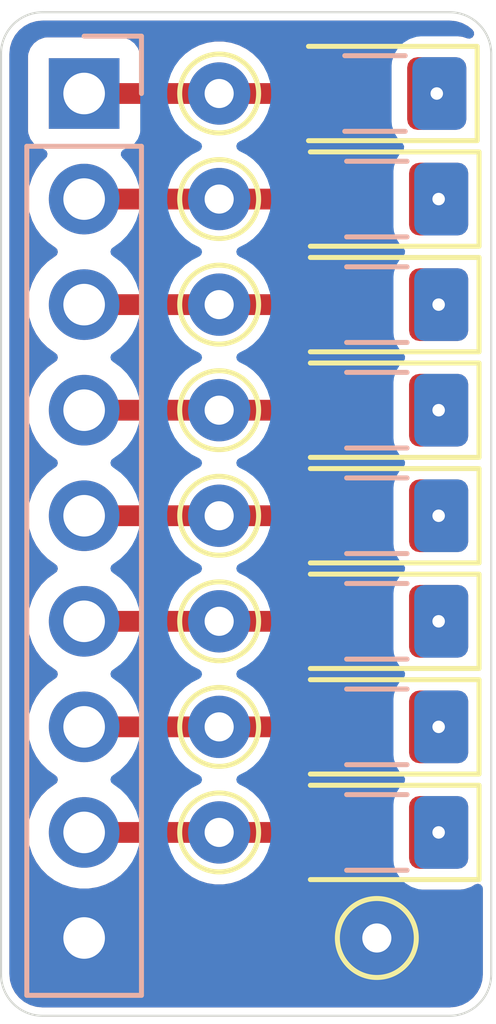
<source format=kicad_pcb>
(kicad_pcb (version 20241229) (generator "pcbnew") (generator_version "9.0")
  (layers (0 "F.Cu" signal) (2 "B.Cu" signal) (13 "F.Paste" user) (15 "B.Paste" user) (5 "F.SilkS" user "F.Silkscreen") (7 "B.SilkS" user "B.Silkscreen") (1 "F.Mask" user) (3 "B.Mask" user) (25 "Edge.Cuts" user))
  (net 0 "")
  (net 1 "Net-(D1-K)")
  (net 2 "Net-(D2-K)")
  (net 3 "Net-(D3-K)")
  (net 4 "Net-(D4-K)")
  (net 5 "Net-(D5-K)")
  (net 6 "Net-(D6-K)")
  (net 7 "GND")
  (net 8 "Net-(D7-K)")
  (net 9 "TP1")
  (net 10 "TP2")
  (net 11 "TP3")
  (net 12 "TP4")
  (net 13 "TP5")
  (net 14 "TP6")
  (net 15 "TP7")
  (net 16 "TP8")
  (net 17 "Net-(D8-K)")
  (footprint "LED_SMD:LED_1206_3216Metric_Pad1.42x1.75mm_HandSolder" (layer "F.Cu") (at 65.545 52.95 180)
    (property "Reference" "D6" (hide yes))
    (property "Value" "LED" (hide yes))
    (fp_line (start 1.6 -1.135) (end -2.46 -1.135) (stroke (width 0.12)) (layer "F.SilkS"))
    (fp_line (start -2.46 1.135) (end 1.6 1.135) (stroke (width 0.12)) (layer "F.SilkS"))
    (fp_line (start -2.46 -1.135) (end -2.46 1.135) (stroke (width 0.12)) (layer "F.SilkS"))
    (pad "1" smd roundrect (at -1.4875 0 180) (size 1.425 1.75) (layers "F.Cu" "F.Mask" "F.Paste") (roundrect_rratio 0.175439) (net 6 "Net-(D6-K)"))
    (pad "2" smd roundrect (at 1.4875 0 180) (size 1.425 1.75) (layers "F.Cu" "F.Mask" "F.Paste") (roundrect_rratio 0.175439) (net 14 "TP6"))
  )
  (footprint "LED_SMD:LED_1206_3216Metric_Pad1.42x1.75mm_HandSolder" (layer "F.Cu") (at 65.545 47.87 180)
    (property "Reference" "D4" (hide yes))
    (property "Value" "LED" (hide yes))
    (fp_line (start 1.6 -1.135) (end -2.46 -1.135) (stroke (width 0.12)) (layer "F.SilkS"))
    (fp_line (start -2.46 1.135) (end 1.6 1.135) (stroke (width 0.12)) (layer "F.SilkS"))
    (fp_line (start -2.46 -1.135) (end -2.46 1.135) (stroke (width 0.12)) (layer "F.SilkS"))
    (pad "1" smd roundrect (at -1.4875 0 180) (size 1.425 1.75) (layers "F.Cu" "F.Mask" "F.Paste") (roundrect_rratio 0.175439) (net 4 "Net-(D4-K)"))
    (pad "2" smd roundrect (at 1.4875 0 180) (size 1.425 1.75) (layers "F.Cu" "F.Mask" "F.Paste") (roundrect_rratio 0.175439) (net 12 "TP4"))
  )
  (footprint "LED_SMD:LED_1206_3216Metric_Pad1.42x1.75mm_HandSolder" (layer "F.Cu") (at 65.545 42.79 180)
    (property "Reference" "D2" (hide yes))
    (property "Value" "LED" (hide yes))
    (fp_line (start 1.6 -1.135) (end -2.46 -1.135) (stroke (width 0.12)) (layer "F.SilkS"))
    (fp_line (start -2.46 1.135) (end 1.6 1.135) (stroke (width 0.12)) (layer "F.SilkS"))
    (fp_line (start -2.46 -1.135) (end -2.46 1.135) (stroke (width 0.12)) (layer "F.SilkS"))
    (pad "1" smd roundrect (at -1.4875 0 180) (size 1.425 1.75) (layers "F.Cu" "F.Mask" "F.Paste") (roundrect_rratio 0.175439) (net 2 "Net-(D2-K)"))
    (pad "2" smd roundrect (at 1.4875 0 180) (size 1.425 1.75) (layers "F.Cu" "F.Mask" "F.Paste") (roundrect_rratio 0.175439) (net 10 "TP2"))
  )
  (footprint "LED_SMD:LED_1206_3216Metric_Pad1.42x1.75mm_HandSolder" (layer "F.Cu") (at 65.545 58.03 180)
    (property "Reference" "D8" (hide yes))
    (property "Value" "LED" (hide yes))
    (fp_line (start 1.6 -1.135) (end -2.46 -1.135) (stroke (width 0.12)) (layer "F.SilkS"))
    (fp_line (start -2.46 1.135) (end 1.6 1.135) (stroke (width 0.12)) (layer "F.SilkS"))
    (fp_line (start -2.46 -1.135) (end -2.46 1.135) (stroke (width 0.12)) (layer "F.SilkS"))
    (pad "1" smd roundrect (at -1.4875 0 180) (size 1.425 1.75) (layers "F.Cu" "F.Mask" "F.Paste") (roundrect_rratio 0.175439) (net 17 "Net-(D8-K)"))
    (pad "2" smd roundrect (at 1.4875 0 180) (size 1.425 1.75) (layers "F.Cu" "F.Mask" "F.Paste") (roundrect_rratio 0.175439) (net 16 "TP8"))
  )
  (footprint "TestPoint:TestPoint_THTPad_D1.5mm_Drill0.7mm" (layer "F.Cu") (at 61.75 40.25)
    (property "Reference" "TP1" (hide yes))
    (property "Value" "TestPoint" (hide yes))
    (fp_circle (center 0 0) (end 0 0.95) (stroke (width 0.12)) (fill no) (layer "F.SilkS"))
    (pad "1" thru_hole circle (at 0 0) (size 1.5 1.5) (drill 0.7) (layers "*.Cu" "*.Mask") (net 9 "TP1"))
  )
  (footprint "TestPoint:TestPoint_THTPad_D1.5mm_Drill0.7mm" (layer "F.Cu") (at 61.75 50.41)
    (property "Reference" "TP5" (hide yes))
    (property "Value" "TestPoint" (hide yes))
    (fp_circle (center 0 0) (end 0 0.95) (stroke (width 0.12)) (fill no) (layer "F.SilkS"))
    (pad "1" thru_hole circle (at 0 0) (size 1.5 1.5) (drill 0.7) (layers "*.Cu" "*.Mask") (net 13 "TP5"))
  )
  (footprint "TestPoint:TestPoint_THTPad_D1.5mm_Drill0.7mm" (layer "F.Cu") (at 65.545 60.57)
    (property "Reference" "GND1" (hide yes))
    (property "Value" "TestPoint" (hide yes))
    (fp_circle (center 0 0) (end 0 0.95) (stroke (width 0.12)) (fill no) (layer "F.SilkS"))
    (pad "1" thru_hole circle (at 0 0) (size 1.5 1.5) (drill 0.7) (layers "*.Cu" "*.Mask") (net 7 "GND"))
  )
  (footprint "LED_SMD:LED_1206_3216Metric_Pad1.42x1.75mm_HandSolder" (layer "F.Cu") (at 65.545 50.41 180)
    (property "Reference" "D5" (hide yes))
    (property "Value" "LED" (hide yes))
    (fp_line (start 1.6 -1.135) (end -2.46 -1.135) (stroke (width 0.12)) (layer "F.SilkS"))
    (fp_line (start -2.46 1.135) (end 1.6 1.135) (stroke (width 0.12)) (layer "F.SilkS"))
    (fp_line (start -2.46 -1.135) (end -2.46 1.135) (stroke (width 0.12)) (layer "F.SilkS"))
    (pad "1" smd roundrect (at -1.4875 0 180) (size 1.425 1.75) (layers "F.Cu" "F.Mask" "F.Paste") (roundrect_rratio 0.175439) (net 5 "Net-(D5-K)"))
    (pad "2" smd roundrect (at 1.4875 0 180) (size 1.425 1.75) (layers "F.Cu" "F.Mask" "F.Paste") (roundrect_rratio 0.175439) (net 13 "TP5"))
  )
  (footprint "LED_SMD:LED_1206_3216Metric_Pad1.42x1.75mm_HandSolder" (layer "F.Cu") (at 65.545 55.49 180)
    (property "Reference" "D7" (hide yes))
    (property "Value" "LED" (hide yes))
    (fp_line (start 1.6 -1.135) (end -2.46 -1.135) (stroke (width 0.12)) (layer "F.SilkS"))
    (fp_line (start -2.46 1.135) (end 1.6 1.135) (stroke (width 0.12)) (layer "F.SilkS"))
    (fp_line (start -2.46 -1.135) (end -2.46 1.135) (stroke (width 0.12)) (layer "F.SilkS"))
    (pad "1" smd roundrect (at -1.4875 0 180) (size 1.425 1.75) (layers "F.Cu" "F.Mask" "F.Paste") (roundrect_rratio 0.175439) (net 8 "Net-(D7-K)"))
    (pad "2" smd roundrect (at 1.4875 0 180) (size 1.425 1.75) (layers "F.Cu" "F.Mask" "F.Paste") (roundrect_rratio 0.175439) (net 15 "TP7"))
  )
  (footprint "TestPoint:TestPoint_THTPad_D1.5mm_Drill0.7mm" (layer "F.Cu") (at 61.75 58.03)
    (property "Reference" "TP8" (hide yes))
    (property "Value" "TestPoint" (hide yes))
    (fp_circle (center 0 0) (end 0 0.95) (stroke (width 0.12)) (fill no) (layer "F.SilkS"))
    (pad "1" thru_hole circle (at 0 0) (size 1.5 1.5) (drill 0.7) (layers "*.Cu" "*.Mask") (net 16 "TP8"))
  )
  (footprint "TestPoint:TestPoint_THTPad_D1.5mm_Drill0.7mm" (layer "F.Cu") (at 61.75 52.95)
    (property "Reference" "TP6" (hide yes))
    (property "Value" "TestPoint" (hide yes))
    (fp_circle (center 0 0) (end 0 0.95) (stroke (width 0.12)) (fill no) (layer "F.SilkS"))
    (pad "1" thru_hole circle (at 0 0) (size 1.5 1.5) (drill 0.7) (layers "*.Cu" "*.Mask") (net 14 "TP6"))
  )
  (footprint "TestPoint:TestPoint_THTPad_D1.5mm_Drill0.7mm" (layer "F.Cu") (at 61.75 42.79)
    (property "Reference" "TP2" (hide yes))
    (property "Value" "TestPoint" (hide yes))
    (fp_circle (center 0 0) (end 0 0.95) (stroke (width 0.12)) (fill no) (layer "F.SilkS"))
    (pad "1" thru_hole circle (at 0 0) (size 1.5 1.5) (drill 0.7) (layers "*.Cu" "*.Mask") (net 10 "TP2"))
  )
  (footprint "LED_SMD:LED_1206_3216Metric_Pad1.42x1.75mm_HandSolder" (layer "F.Cu") (at 65.545 45.33 180)
    (property "Reference" "D3" (hide yes))
    (property "Value" "LED" (hide yes))
    (fp_line (start 1.6 -1.135) (end -2.46 -1.135) (stroke (width 0.12)) (layer "F.SilkS"))
    (fp_line (start -2.46 1.135) (end 1.6 1.135) (stroke (width 0.12)) (layer "F.SilkS"))
    (fp_line (start -2.46 -1.135) (end -2.46 1.135) (stroke (width 0.12)) (layer "F.SilkS"))
    (pad "1" smd roundrect (at -1.4875 0 180) (size 1.425 1.75) (layers "F.Cu" "F.Mask" "F.Paste") (roundrect_rratio 0.175439) (net 3 "Net-(D3-K)"))
    (pad "2" smd roundrect (at 1.4875 0 180) (size 1.425 1.75) (layers "F.Cu" "F.Mask" "F.Paste") (roundrect_rratio 0.175439) (net 11 "TP3"))
  )
  (footprint "TestPoint:TestPoint_THTPad_D1.5mm_Drill0.7mm" (layer "F.Cu") (at 61.75 45.33)
    (property "Reference" "TP3" (hide yes))
    (property "Value" "TestPoint" (hide yes))
    (fp_circle (center 0 0) (end 0 0.95) (stroke (width 0.12)) (fill no) (layer "F.SilkS"))
    (pad "1" thru_hole circle (at 0 0) (size 1.5 1.5) (drill 0.7) (layers "*.Cu" "*.Mask") (net 11 "TP3"))
  )
  (footprint "TestPoint:TestPoint_THTPad_D1.5mm_Drill0.7mm" (layer "F.Cu") (at 61.75 55.49)
    (property "Reference" "TP7" (hide yes))
    (property "Value" "TestPoint" (hide yes))
    (fp_circle (center 0 0) (end 0 0.95) (stroke (width 0.12)) (fill no) (layer "F.SilkS"))
    (pad "1" thru_hole circle (at 0 0) (size 1.5 1.5) (drill 0.7) (layers "*.Cu" "*.Mask") (net 15 "TP7"))
  )
  (footprint "TestPoint:TestPoint_THTPad_D1.5mm_Drill0.7mm" (layer "F.Cu") (at 61.75 47.87)
    (property "Reference" "TP4" (hide yes))
    (property "Value" "TestPoint" (hide yes))
    (fp_circle (center 0 0) (end 0 0.95) (stroke (width 0.12)) (fill no) (layer "F.SilkS"))
    (pad "1" thru_hole circle (at 0 0) (size 1.5 1.5) (drill 0.7) (layers "*.Cu" "*.Mask") (net 12 "TP4"))
  )
  (footprint "LED_SMD:LED_1206_3216Metric_Pad1.42x1.75mm_HandSolder" (layer "F.Cu") (at 65.5 40.25 180)
    (property "Reference" "D1" (hide yes))
    (property "Value" "LED" (hide yes))
    (fp_line (start 1.6 -1.135) (end -2.46 -1.135) (stroke (width 0.12)) (layer "F.SilkS"))
    (fp_line (start -2.46 1.135) (end 1.6 1.135) (stroke (width 0.12)) (layer "F.SilkS"))
    (fp_line (start -2.46 -1.135) (end -2.46 1.135) (stroke (width 0.12)) (layer "F.SilkS"))
    (pad "1" smd roundrect (at -1.4875 0 180) (size 1.425 1.75) (layers "F.Cu" "F.Mask" "F.Paste") (roundrect_rratio 0.175439) (net 1 "Net-(D1-K)"))
    (pad "2" smd roundrect (at 1.4875 0 180) (size 1.425 1.75) (layers "F.Cu" "F.Mask" "F.Paste") (roundrect_rratio 0.175439) (net 9 "TP1"))
  )
  (footprint "Resistor_SMD:R_1206_3216Metric_Pad1.30x1.75mm_HandSolder" (layer "B.Cu") (at 65.545 55.49)
    (property "Reference" "R7" (hide yes))
    (property "Value" "R" (hide yes))
    (fp_line (start -0.727064 -0.91) (end 0.727064 -0.91) (stroke (width 0.12)) (layer "B.SilkS"))
    (fp_line (start -0.727064 0.91) (end 0.727064 0.91) (stroke (width 0.12)) (layer "B.SilkS"))
    (pad "1" smd roundrect (at -1.55 0) (size 1.3 1.75) (layers "B.Cu" "B.Mask" "B.Paste") (roundrect_rratio 0.192308) (net 7 "GND"))
    (pad "2" smd roundrect (at 1.55 0) (size 1.3 1.75) (layers "B.Cu" "B.Mask" "B.Paste") (roundrect_rratio 0.192308) (net 8 "Net-(D7-K)"))
  )
  (footprint "Resistor_SMD:R_1206_3216Metric_Pad1.30x1.75mm_HandSolder" (layer "B.Cu") (at 65.545 47.87)
    (property "Reference" "R4" (hide yes))
    (property "Value" "R" (hide yes))
    (fp_line (start -0.727064 -0.91) (end 0.727064 -0.91) (stroke (width 0.12)) (layer "B.SilkS"))
    (fp_line (start -0.727064 0.91) (end 0.727064 0.91) (stroke (width 0.12)) (layer "B.SilkS"))
    (pad "1" smd roundrect (at -1.55 0) (size 1.3 1.75) (layers "B.Cu" "B.Mask" "B.Paste") (roundrect_rratio 0.192308) (net 7 "GND"))
    (pad "2" smd roundrect (at 1.55 0) (size 1.3 1.75) (layers "B.Cu" "B.Mask" "B.Paste") (roundrect_rratio 0.192308) (net 4 "Net-(D4-K)"))
  )
  (footprint "Resistor_SMD:R_1206_3216Metric_Pad1.30x1.75mm_HandSolder" (layer "B.Cu") (at 65.5 40.25)
    (property "Reference" "R1" (hide yes))
    (property "Value" "R" (hide yes))
    (fp_line (start -0.727064 -0.91) (end 0.727064 -0.91) (stroke (width 0.12)) (layer "B.SilkS"))
    (fp_line (start -0.727064 0.91) (end 0.727064 0.91) (stroke (width 0.12)) (layer "B.SilkS"))
    (pad "1" smd roundrect (at -1.55 0) (size 1.3 1.75) (layers "B.Cu" "B.Mask" "B.Paste") (roundrect_rratio 0.192308) (net 7 "GND"))
    (pad "2" smd roundrect (at 1.55 0) (size 1.3 1.75) (layers "B.Cu" "B.Mask" "B.Paste") (roundrect_rratio 0.192308) (net 1 "Net-(D1-K)"))
  )
  (footprint "Resistor_SMD:R_1206_3216Metric_Pad1.30x1.75mm_HandSolder" (layer "B.Cu") (at 65.545 58.03)
    (property "Reference" "R8" (hide yes))
    (property "Value" "R" (hide yes))
    (fp_line (start -0.727064 -0.91) (end 0.727064 -0.91) (stroke (width 0.12)) (layer "B.SilkS"))
    (fp_line (start -0.727064 0.91) (end 0.727064 0.91) (stroke (width 0.12)) (layer "B.SilkS"))
    (pad "1" smd roundrect (at -1.55 0) (size 1.3 1.75) (layers "B.Cu" "B.Mask" "B.Paste") (roundrect_rratio 0.192308) (net 7 "GND"))
    (pad "2" smd roundrect (at 1.55 0) (size 1.3 1.75) (layers "B.Cu" "B.Mask" "B.Paste") (roundrect_rratio 0.192308) (net 17 "Net-(D8-K)"))
  )
  (footprint "Resistor_SMD:R_1206_3216Metric_Pad1.30x1.75mm_HandSolder" (layer "B.Cu") (at 65.545 50.41)
    (property "Reference" "R5" (hide yes))
    (property "Value" "R" (hide yes))
    (fp_line (start -0.727064 -0.91) (end 0.727064 -0.91) (stroke (width 0.12)) (layer "B.SilkS"))
    (fp_line (start -0.727064 0.91) (end 0.727064 0.91) (stroke (width 0.12)) (layer "B.SilkS"))
    (pad "1" smd roundrect (at -1.55 0) (size 1.3 1.75) (layers "B.Cu" "B.Mask" "B.Paste") (roundrect_rratio 0.192308) (net 7 "GND"))
    (pad "2" smd roundrect (at 1.55 0) (size 1.3 1.75) (layers "B.Cu" "B.Mask" "B.Paste") (roundrect_rratio 0.192308) (net 5 "Net-(D5-K)"))
  )
  (footprint "Resistor_SMD:R_1206_3216Metric_Pad1.30x1.75mm_HandSolder" (layer "B.Cu") (at 65.545 52.95)
    (property "Reference" "R6" (hide yes))
    (property "Value" "R" (hide yes))
    (fp_line (start -0.727064 -0.91) (end 0.727064 -0.91) (stroke (width 0.12)) (layer "B.SilkS"))
    (fp_line (start -0.727064 0.91) (end 0.727064 0.91) (stroke (width 0.12)) (layer "B.SilkS"))
    (pad "1" smd roundrect (at -1.55 0) (size 1.3 1.75) (layers "B.Cu" "B.Mask" "B.Paste") (roundrect_rratio 0.192308) (net 7 "GND"))
    (pad "2" smd roundrect (at 1.55 0) (size 1.3 1.75) (layers "B.Cu" "B.Mask" "B.Paste") (roundrect_rratio 0.192308) (net 6 "Net-(D6-K)"))
  )
  (footprint "Resistor_SMD:R_1206_3216Metric_Pad1.30x1.75mm_HandSolder" (layer "B.Cu") (at 65.545 42.79)
    (property "Reference" "R2" (hide yes))
    (property "Value" "R" (hide yes))
    (fp_line (start -0.727064 -0.91) (end 0.727064 -0.91) (stroke (width 0.12)) (layer "B.SilkS"))
    (fp_line (start -0.727064 0.91) (end 0.727064 0.91) (stroke (width 0.12)) (layer "B.SilkS"))
    (pad "1" smd roundrect (at -1.55 0) (size 1.3 1.75) (layers "B.Cu" "B.Mask" "B.Paste") (roundrect_rratio 0.192308) (net 7 "GND"))
    (pad "2" smd roundrect (at 1.55 0) (size 1.3 1.75) (layers "B.Cu" "B.Mask" "B.Paste") (roundrect_rratio 0.192308) (net 2 "Net-(D2-K)"))
  )
  (footprint "Resistor_SMD:R_1206_3216Metric_Pad1.30x1.75mm_HandSolder" (layer "B.Cu") (at 65.545 45.33)
    (property "Reference" "R3" (hide yes))
    (property "Value" "R" (hide yes))
    (fp_line (start -0.727064 -0.91) (end 0.727064 -0.91) (stroke (width 0.12)) (layer "B.SilkS"))
    (fp_line (start -0.727064 0.91) (end 0.727064 0.91) (stroke (width 0.12)) (layer "B.SilkS"))
    (pad "1" smd roundrect (at -1.55 0) (size 1.3 1.75) (layers "B.Cu" "B.Mask" "B.Paste") (roundrect_rratio 0.192308) (net 7 "GND"))
    (pad "2" smd roundrect (at 1.55 0) (size 1.3 1.75) (layers "B.Cu" "B.Mask" "B.Paste") (roundrect_rratio 0.192308) (net 3 "Net-(D3-K)"))
  )
  (footprint "Connector_PinHeader_2.54mm:PinHeader_1x09_P2.54mm_Vertical" (layer "B.Cu") (at 58.5 40.25 180)
    (property "Reference" "J1" (hide yes))
    (property "Value" "Conn_01x09_Pin" (hide yes))
    (fp_line (start 1.38 -1.27) (end 1.38 -21.7) (stroke (width 0.12)) (layer "B.SilkS"))
    (fp_line (start -1.38 1.38) (end 0 1.38) (stroke (width 0.12)) (layer "B.SilkS"))
    (fp_line (start -1.38 0) (end -1.38 1.38) (stroke (width 0.12)) (layer "B.SilkS"))
    (fp_line (start -1.38 -1.27) (end 1.38 -1.27) (stroke (width 0.12)) (layer "B.SilkS"))
    (fp_line (start -1.38 -1.27) (end -1.38 -21.7) (stroke (width 0.12)) (layer "B.SilkS"))
    (fp_line (start -1.38 -21.7) (end 1.38 -21.7) (stroke (width 0.12)) (layer "B.SilkS"))
    (pad "1" thru_hole rect (at 0 0 180) (size 1.7 1.7) (drill 1) (layers "*.Cu" "*.Mask") (net 9 "TP1"))
    (pad "2" thru_hole circle (at 0 -2.54 180) (size 1.7 1.7) (drill 1) (layers "*.Cu" "*.Mask") (net 10 "TP2"))
    (pad "3" thru_hole circle (at 0 -5.08 180) (size 1.7 1.7) (drill 1) (layers "*.Cu" "*.Mask") (net 11 "TP3"))
    (pad "4" thru_hole circle (at 0 -7.62 180) (size 1.7 1.7) (drill 1) (layers "*.Cu" "*.Mask") (net 12 "TP4"))
    (pad "5" thru_hole circle (at 0 -10.16 180) (size 1.7 1.7) (drill 1) (layers "*.Cu" "*.Mask") (net 13 "TP5"))
    (pad "6" thru_hole circle (at 0 -12.7 180) (size 1.7 1.7) (drill 1) (layers "*.Cu" "*.Mask") (net 14 "TP6"))
    (pad "7" thru_hole circle (at 0 -15.24 180) (size 1.7 1.7) (drill 1) (layers "*.Cu" "*.Mask") (net 15 "TP7"))
    (pad "8" thru_hole circle (at 0 -17.78 180) (size 1.7 1.7) (drill 1) (layers "*.Cu" "*.Mask") (net 16 "TP8"))
    (pad "9" thru_hole circle (at 0 -20.32 180) (size 1.7 1.7) (drill 1) (layers "*.Cu" "*.Mask") (net 7 "GND"))
  )
  (gr_line (start 67.298 62.442) (end 57.5 62.442) (stroke (width 0.05)) (layer "Edge.Cuts"))
  (gr_line (start 56.5 61.442) (end 56.5 39.294) (stroke (width 0.05)) (layer "Edge.Cuts"))
  (gr_line (start 57.5 38.294) (end 67.298 38.294) (stroke (width 0.05)) (layer "Edge.Cuts"))
  (gr_line (start 68.298 39.294) (end 68.298 61.442) (stroke (width 0.05)) (layer "Edge.Cuts"))
  (gr_arc (start 57.5 62.442) (mid 56.792893 62.149107) (end 56.5 61.442) (stroke (width 0.05)) (layer "Edge.Cuts"))
  (gr_arc (start 68.298 61.442) (mid 68.005107 62.149107) (end 67.298 62.442) (stroke (width 0.05)) (layer "Edge.Cuts"))
  (gr_arc (start 56.5 39.294) (mid 56.792893 38.586893) (end 57.5 38.294) (stroke (width 0.05)) (layer "Edge.Cuts"))
  (gr_arc (start 67.298 38.294) (mid 68.005107 38.586893) (end 68.298 39.294) (stroke (width 0.05)) (layer "Edge.Cuts"))
  (via (at 66.9875 40.25) (size 0.6) (drill 0.3) (layers "F.Cu" "B.Cu") (net 1))
  (via (at 67.0325 42.79) (size 0.6) (drill 0.3) (layers "F.Cu" "B.Cu") (net 2))
  (via (at 67.0325 45.33) (size 0.6) (drill 0.3) (layers "F.Cu" "B.Cu") (net 3))
  (via (at 67.0325 47.87) (size 0.6) (drill 0.3) (layers "F.Cu" "B.Cu") (net 4))
  (via (at 67.0325 50.41) (size 0.6) (drill 0.3) (layers "F.Cu" "B.Cu") (net 5))
  (via (at 67.0325 52.95) (size 0.6) (drill 0.3) (layers "F.Cu" "B.Cu") (net 6))
  (via (at 67.0325 55.49) (size 0.6) (drill 0.3) (layers "F.Cu" "B.Cu") (net 8))
  (segment (start 58.5 40.25) (end 61.75 40.25) (width 0.5) (layer "F.Cu") (net 9))
  (segment (start 64.0125 40.25) (end 61.75 40.25) (width 0.5) (layer "F.Cu") (net 9))
  (segment (start 64.0575 42.79) (end 61.75 42.79) (width 0.5) (layer "F.Cu") (net 10))
  (segment (start 61.75 42.79) (end 58.5 42.79) (width 0.5) (layer "F.Cu") (net 10))
  (segment (start 58.5 45.33) (end 61.75 45.33) (width 0.5) (layer "F.Cu") (net 11))
  (segment (start 64.0575 45.33) (end 61.75 45.33) (width 0.5) (layer "F.Cu") (net 11))
  (segment (start 64.0575 47.87) (end 61.75 47.87) (width 0.5) (layer "F.Cu") (net 12))
  (segment (start 58.5 47.87) (end 61.75 47.87) (width 0.5) (layer "F.Cu") (net 12))
  (segment (start 64.0575 50.41) (end 61.75 50.41) (width 0.5) (layer "F.Cu") (net 13))
  (segment (start 58.5 50.41) (end 61.75 50.41) (width 0.5) (layer "F.Cu") (net 13))
  (segment (start 58.5 52.95) (end 61.75 52.95) (width 0.5) (layer "F.Cu") (net 14))
  (segment (start 64.0575 52.95) (end 61.75 52.95) (width 0.5) (layer "F.Cu") (net 14))
  (segment (start 58.5 55.49) (end 61.75 55.49) (width 0.5) (layer "F.Cu") (net 15))
  (segment (start 64.0575 55.49) (end 61.75 55.49) (width 0.5) (layer "F.Cu") (net 15))
  (segment (start 64.0575 58.03) (end 61.75 58.03) (width 0.5) (layer "F.Cu") (net 16))
  (segment (start 58.5 58.03) (end 61.75 58.03) (width 0.5) (layer "F.Cu") (net 16))
  (via (at 67.0325 58.03) (size 0.6) (drill 0.3) (layers "F.Cu" "B.Cu") (net 17))
  (zone (net 7) (net_name "GND") (layer "F.Cu") (connect_pads yes (clearance 0.5)) (min_thickness 0.25) (fill yes (thermal_gap 0.5) (thermal_bridge_width 0.5))
    (polygon (pts (xy 68.424 38) (xy 56.626 38) (xy 56.626 62.650085) (xy 68.424 62.648741)))
  )
  (zone (net 7) (net_name "GND") (layer "B.Cu") (priority 1) (connect_pads yes (clearance 0.5)) (min_thickness 0.25) (fill yes (thermal_gap 0.5) (thermal_bridge_width 0.5))
    (polygon (pts (xy 68.424 38) (xy 56.626 38) (xy 56.626 62.650028) (xy 68.424 62.648684)))
  )
)
</source>
